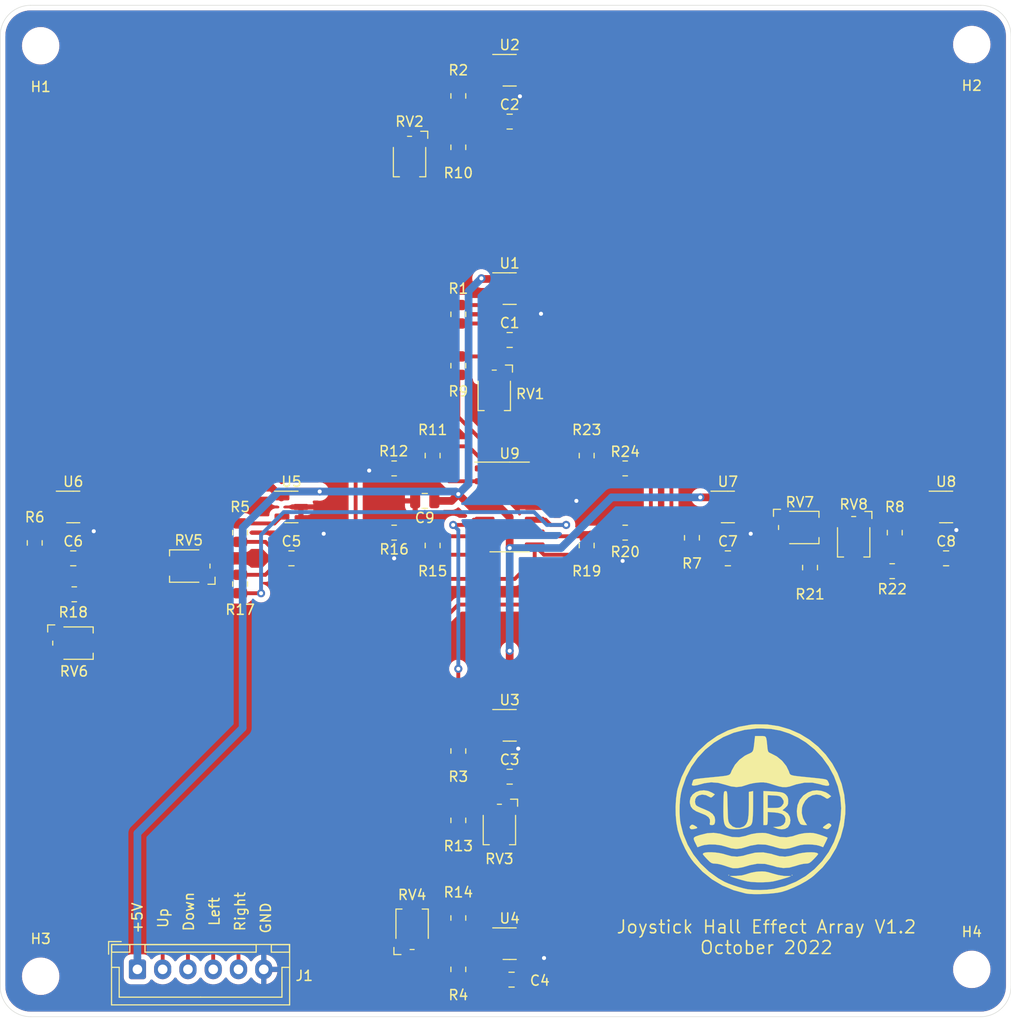
<source format=kicad_pcb>
(kicad_pcb (version 20211014) (generator pcbnew)
  (title_block (title "Hall Effect Joystick Array") (date "2022-10-08") (rev "1.0") (company "SUBC"))
  (layers (0 "F.Cu" signal) (31 "B.Cu" signal) (34 "B.Paste" user) (35 "F.Paste" user) (36 "B.SilkS" user "B.Silkscreen") (37 "F.SilkS" user "F.Silkscreen") (38 "B.Mask" user) (39 "F.Mask" user) (44 "Edge.Cuts" user))
  (net 0 "")
  (net 1 "GND")
  (net 2 "Hall1Out")
  (net 3 "Hall2Out")
  (net 4 "Hall3Out")
  (net 5 "Hall4Out")
  (net 6 "Hall5Out")
  (net 7 "Hall6Out")
  (net 8 "Hall7Out")
  (net 9 "Hall8Out")
  (net 10 "Right")
  (net 11 "Left")
  (net 12 "Down")
  (net 13 "Up")
  (net 14 "+5V")
  (net 15 "Net-(R1-Pad1)")
  (net 16 "Net-(R2-Pad1)")
  (net 17 "Net-(R3-Pad1)")
  (net 18 "Net-(R4-Pad1)")
  (net 19 "Net-(R5-Pad1)")
  (net 20 "Net-(R6-Pad1)")
  (net 21 "Net-(R7-Pad1)")
  (net 22 "Net-(R8-Pad1)")
  (net 23 "Net-(R10-Pad1)")
  (net 24 "Net-(R11-Pad2)")
  (net 25 "Net-(R13-Pad1)")
  (net 26 "Net-(R15-Pad2)")
  (net 27 "Net-(R17-Pad1)")
  (net 28 "Net-(R19-Pad2)")
  (net 29 "Net-(R21-Pad1)")
  (net 30 "Net-(R23-Pad2)")
  (footprint "Capacitor_SMD:C_0805_2012Metric" (layer "F.Cu") (at 152.4 85.09)
    (fp_text reference "C1")
    (fp_text value "1.5uF")
  )
  (footprint "Capacitor_SMD:C_0805_2012Metric" (layer "F.Cu") (at 152.4 63.5)
    (fp_text reference "C2")
    (fp_text value "1.5uF")
  )
  (footprint "Capacitor_SMD:C_0805_2012Metric" (layer "F.Cu") (at 152.4 128.27)
    (fp_text reference "C3")
    (fp_text value "1.5uF")
  )
  (footprint "Capacitor_SMD:C_0805_2012Metric" (layer "F.Cu") (at 152.588 148.336)
    (fp_text reference "C4")
    (fp_text value "1.5uF")
  )
  (footprint "Capacitor_SMD:C_0805_2012Metric" (layer "F.Cu") (at 130.81 106.68)
    (fp_text reference "C5")
    (fp_text value "1.5uF")
  )
  (footprint "Capacitor_SMD:C_0805_2012Metric" (layer "F.Cu") (at 109.22 106.68)
    (fp_text reference "C6")
    (fp_text value "1.5uF")
  )
  (footprint "Capacitor_SMD:C_0805_2012Metric" (layer "F.Cu") (at 173.99 106.68)
    (fp_text reference "C7")
    (fp_text value "1.5uF")
  )
  (footprint "Capacitor_SMD:C_0805_2012Metric" (layer "F.Cu") (at 195.58 106.68)
    (fp_text reference "C8")
    (fp_text value "1.5uF")
  )
  (footprint "MountingHole:MountingHole_2.7mm_M2.5" (layer "F.Cu") (at 106 56)
    (fp_text reference "H1")
    (fp_text value "MountingHole")
  )
  (footprint "MountingHole:MountingHole_2.7mm_M2.5" (layer "F.Cu") (at 198.12 55.88)
    (fp_text reference "H2")
    (fp_text value "MountingHole")
  )
  (footprint "MountingHole:MountingHole_2.7mm_M2.5" (layer "F.Cu") (at 106 148)
    (fp_text reference "H3")
    (fp_text value "MountingHole")
  )
  (footprint "MountingHole:MountingHole_2.7mm_M2.5" (layer "F.Cu") (at 198.12 147.32)
    (fp_text reference "H4")
    (fp_text value "MountingHole")
  )
  (footprint "Connector_JST:JST_XH_B6B-XH-A_1x06_P2.50mm_Vertical" (layer "F.Cu") (at 115.57 147.32)
    (fp_text reference "J1")
    (fp_text value "Conn_01x06_Female")
  )
  (footprint "Resistor_SMD:R_0805_2012Metric" (layer "F.Cu") (at 147.32 82.55 -90)
    (fp_text reference "R1")
    (fp_text value "100R")
  )
  (footprint "Resistor_SMD:R_0805_2012Metric" (layer "F.Cu") (at 147.32 60.96 -90)
    (fp_text reference "R2")
    (fp_text value "100R")
  )
  (footprint "Resistor_SMD:R_0805_2012Metric" (layer "F.Cu") (at 147.32 125.73 -90)
    (fp_text reference "R3")
    (fp_text value "100R")
  )
  (footprint "Resistor_SMD:R_0805_2012Metric" (layer "F.Cu") (at 147.32 147.32 -90)
    (fp_text reference "R4")
    (fp_text value "100R")
  )
  (footprint "Resistor_SMD:R_0805_2012Metric" (layer "F.Cu") (at 125.73 104.14 -90)
    (fp_text reference "R5")
    (fp_text value "100R")
  )
  (footprint "Resistor_SMD:R_0805_2012Metric" (layer "F.Cu") (at 105.41 105.156 -90)
    (fp_text reference "R6")
    (fp_text value "100R")
  )
  (footprint "Resistor_SMD:R_0805_2012Metric" (layer "F.Cu") (at 170.434 104.648 -90)
    (fp_text reference "R7")
    (fp_text value "100R")
  )
  (footprint "Resistor_SMD:R_0805_2012Metric" (layer "F.Cu") (at 190.5 104.14 -90)
    (fp_text reference "R8")
    (fp_text value "100R")
  )
  (footprint "Resistor_SMD:R_0805_2012Metric" (layer "F.Cu") (at 147.32 87.63 90)
    (fp_text reference "R9")
    (fp_text value "10k")
  )
  (footprint "Resistor_SMD:R_0805_2012Metric" (layer "F.Cu") (at 147.32 66.04 90)
    (fp_text reference "R10")
    (fp_text value "10k")
  )
  (footprint "Resistor_SMD:R_0805_2012Metric" (layer "F.Cu") (at 144.78 96.52 -90)
    (fp_text reference "R11")
    (fp_text value "1k")
  )
  (footprint "Resistor_SMD:R_0805_2012Metric" (layer "F.Cu") (at 140.97 97.79 180)
    (fp_text reference "R12")
    (fp_text value "20k")
  )
  (footprint "Resistor_SMD:R_0805_2012Metric" (layer "F.Cu") (at 147.32 132.588 90)
    (fp_text reference "R13")
    (fp_text value "10k")
  )
  (footprint "Resistor_SMD:R_0805_2012Metric" (layer "F.Cu") (at 147.32 142.24 -90)
    (fp_text reference "R14")
    (fp_text value "10k")
  )
  (footprint "Resistor_SMD:R_0805_2012Metric" (layer "F.Cu") (at 144.78 105.41 90)
    (fp_text reference "R15")
    (fp_text value "1k")
  )
  (footprint "Resistor_SMD:R_0805_2012Metric" (layer "F.Cu") (at 125.73 109.22 90)
    (fp_text reference "R17")
    (fp_text value "10k")
  )
  (footprint "Resistor_SMD:R_0805_2012Metric" (layer "F.Cu") (at 109.3235 110.236 180)
    (fp_text reference "R18")
    (fp_text value "10k")
  )
  (footprint "Resistor_SMD:R_0805_2012Metric" (layer "F.Cu") (at 160.02 105.41 90)
    (fp_text reference "R19")
    (fp_text value "1k")
  )
  (footprint "Resistor_SMD:R_0805_2012Metric" (layer "F.Cu") (at 163.83 104.14)
    (fp_text reference "R20")
    (fp_text value "20k")
  )
  (footprint "Resistor_SMD:R_0805_2012Metric" (layer "F.Cu") (at 182.118 107.5925 90)
    (fp_text reference "R21")
    (fp_text value "10k")
  )
  (footprint "Resistor_SMD:R_0805_2012Metric" (layer "F.Cu") (at 190.246 107.95)
    (fp_text reference "R22")
    (fp_text value "10k")
  )
  (footprint "Resistor_SMD:R_0805_2012Metric" (layer "F.Cu") (at 160.02 96.52 -90)
    (fp_text reference "R23")
    (fp_text value "1k")
  )
  (footprint "Resistor_SMD:R_0805_2012Metric" (layer "F.Cu") (at 163.83 97.79)
    (fp_text reference "R24")
    (fp_text value "20k")
  )
  (footprint "Package_TO_SOT_SMD:SOT-23" (layer "F.Cu") (at 152.4 80.01)
    (fp_text reference "U1")
    (fp_text value "DRV5055")
  )
  (footprint "Package_TO_SOT_SMD:SOT-23" (layer "F.Cu") (at 152.4 58.42)
    (fp_text reference "U2")
    (fp_text value "DRV5055")
  )
  (footprint "Package_TO_SOT_SMD:SOT-23" (layer "F.Cu") (at 152.4 123.19)
    (fp_text reference "U3")
    (fp_text value "DRV5055")
  )
  (footprint "Package_TO_SOT_SMD:SOT-23" (layer "F.Cu") (at 152.4 144.78)
    (fp_text reference "U4")
    (fp_text value "DRV5055")
  )
  (footprint "Package_TO_SOT_SMD:SOT-23" (layer "F.Cu") (at 130.81 101.6)
    (fp_text reference "U5")
    (fp_text value "DRV5055")
  )
  (footprint "Package_TO_SOT_SMD:SOT-23" (layer "F.Cu") (at 109.22 101.6)
    (fp_text reference "U6")
    (fp_text value "DRV5055")
  )
  (footprint "Package_TO_SOT_SMD:SOT-23" (layer "F.Cu") (at 173.99 101.6)
    (fp_text reference "U7")
    (fp_text value "DRV5055")
  )
  (footprint "Package_TO_SOT_SMD:SOT-23" (layer "F.Cu") (at 195.58 101.6)
    (fp_text reference "U8")
    (fp_text value "DRV5055")
  )
  (footprint "Package_SO:SOIC-14_3.9x8.7mm_P1.27mm" (layer "F.Cu") (at 152.4 101.6)
    (fp_text reference "U9")
    (fp_text value "LM324")
  )
  (footprint "Resistor_SMD:R_0805_2012Metric" (layer "F.Cu") (at 140.97 104.14 180)
    (fp_text reference "R16")
    (fp_text value "20k")
  )
  (footprint "HallEffectArray:subclogo" (layer "F.Cu") (at 177.165 131.445)
    (fp_text reference "G***" hide)
    (fp_text value "LOGO" hide)
  )
  (footprint "Potentiometer_SMD:Potentiometer_Bourns_TC33X_Vertical" (layer "F.Cu") (at 181.102 103.632)
    (fp_text reference "RV7")
    (fp_text value "10k")
  )
  (footprint "Potentiometer_SMD:Potentiometer_Bourns_TC33X_Vertical" (layer "F.Cu") (at 186.436 104.648 -90)
    (fp_text reference "RV8")
    (fp_text value "10k")
  )
  (footprint "Potentiometer_SMD:Potentiometer_Bourns_TC33X_Vertical" (layer "F.Cu") (at 120.65 107.442 180)
    (fp_text reference "RV5")
    (fp_text value "10k")
  )
  (footprint "Potentiometer_SMD:Potentiometer_Bourns_TC33X_Vertical" (layer "F.Cu") (at 151.384 133.096 -90)
    (fp_text reference "RV3")
    (fp_text value "10k")
  )
  (footprint "Potentiometer_SMD:Potentiometer_Bourns_TC33X_Vertical" (layer "F.Cu") (at 142.748 143.256 90)
    (fp_text reference "RV4")
    (fp_text value "10k")
  )
  (footprint "Capacitor_SMD:C_0805_2012Metric" (layer "F.Cu") (at 144 101 180)
    (fp_text reference "C9")
    (fp_text value "100nF")
  )
  (footprint "Potentiometer_SMD:Potentiometer_Bourns_TC33X_Vertical" (layer "F.Cu") (at 109.294 115.062)
    (fp_text reference "RV6")
    (fp_text value "10k")
  )
  (footprint "Potentiometer_SMD:Potentiometer_Bourns_TC33X_Vertical" (layer "F.Cu") (at 150.876 90.17 -90)
    (fp_text reference "RV1")
    (fp_text value "10k")
  )
  (footprint "Potentiometer_SMD:Potentiometer_Bourns_TC33X_Vertical" (layer "F.Cu") (at 142.494 67.056 -90)
    (fp_text reference "RV2")
    (fp_text value "10k")
  )
  (gr_line (start 199 152) (end 105 152) (layer "Edge.Cuts") (width 0.05))
  (gr_line (start 105 52) (end 199 52) (layer "Edge.Cuts") (width 0.05))
  (gr_arc (start 202 149) (mid 201.12132 151.12132) (end 199 152) (layer "Edge.Cuts") (width 0.05))
  (gr_arc (start 199 52) (mid 201.12132 52.87868) (end 202 55) (layer "Edge.Cuts") (width 0.05))
  (gr_line (start 102 149) (end 102 55) (layer "Edge.Cuts") (width 0.05))
  (gr_line (start 202 55) (end 202 149) (layer "Edge.Cuts") (width 0.05))
  (gr_arc (start 102 55) (mid 102.87868 52.87868) (end 105 52) (layer "Edge.Cuts") (width 0.05))
  (gr_arc (start 105 152) (mid 102.87868 151.12132) (end 102 149) (layer "Edge.Cuts") (width 0.05))
  (gr_text "Down" (at 120.65 141.605 90) (layer "F.SilkS") (effects (font (size 1 1))))
  (gr_text "Up" (at 118.11 142.24 90) (layer "F.SilkS") (effects (font (size 1 1))))
  (gr_text "+5V" (at 115.57 142.24 90) (layer "F.SilkS") (effects (font (size 1 1))))
  (gr_text "Joystick Hall Effect Array V1.2\nOctober 2022" (at 177.8 144.145) (layer "F.SilkS") (effects (font (size 1.27 1.27))))
  (gr_text "Left" (at 123.19 141.605 90) (layer "F.SilkS") (effects (font (size 1 1))))
  (gr_text "Right" (at 125.73 141.605 90) (layer "F.SilkS") (effects (font (size 1 1))))
  (gr_text "GND" (at 128.27 142.24 90) (layer "F.SilkS") (effects (font (size 1 1))))
  (segment (start 110.22 106.63) (end 110.17 106.68) (width 0.762) (layer "F.Cu") (net 1))
  (segment (start 153.4 128.22) (end 153.35 128.27) (width 0.762) (layer "F.Cu") (net 1))
  (segment (start 131.81 106.63) (end 131.76 106.68) (width 0.762) (layer "F.Cu") (net 1))
  (via (at 111.25 104) (size 0.8) (drill 0.4) (layers "F.Cu" "B.Cu") (net 1))
  (via (at 155.8 146.2) (size 0.8) (drill 0.4) (layers "F.Cu" "B.Cu") (net 1))
  (via (at 134 104.25) (size 0.8) (drill 0.4) (layers "F.Cu" "B.Cu") (net 1))
  (via (at 140.97 106.68) (size 0.8) (drill 0.4) (layers "F.Cu" "B.Cu") (net 1))
  (via (at 196.596 103.886) (size 0.8) (drill 0.4) (layers "F.Cu" "B.Cu") (net 1))
  (via (at 163.576 106.934) (size 0.8) (drill 0.4) (layers "F.Cu" "B.Cu") (net 1))
  (via (at 138.5 98) (size 0.8) (drill 0.4) (layers "F.Cu" "B.Cu") (net 1))
  (via (at 176.25 104.25) (size 0.8) (drill 0.4) (layers "F.Cu" "B.Cu") (net 1))
  (via (at 153.416 61) (size 0.8) (drill 0.4) (layers "F.Cu" "B.Cu") (net 1))
  (via (at 155.5 82.5) (size 0.8) (drill 0.4) (layers "F.Cu" "B.Cu") (net 1))
  (via (at 159 101) (size 0.8) (drill 0.4) (layers "F.Cu" "B.Cu") (net 1))
  (via (at 153.25 125.5) (size 0.8) (drill 0.4) (layers "F.Cu" "B.Cu") (net 1))
  (segment (start 149.8225 86.7175) (end 151.45 85.09) (width 0.381) (layer "F.Cu") (net 2))
  (segment (start 147.32 83.4625) (end 149.8225 83.4625) (width 0.381) (layer "F.Cu") (net 2))
  (segment (start 151.876 88.37) (end 151.876 85.516) (width 0.381) (layer "F.Cu") (net 2))
  (segment (start 147.32 86.7175) (end 149.8225 86.7175) (width 0.381) (layer "F.Cu") (net 2))
  (segment (start 149.8225 83.4625) (end 151.45 85.09) (width 0.381) (layer "F.Cu") (net 2))
  (segment (start 151.876 85.516) (end 151.45 85.09) (width 0.381) (layer "F.Cu") (net 2))
  (segment (start 149.8225 61.8725) (end 151.45 63.5) (width 0.381) (layer "F.Cu") (net 3))
  (segment (start 147.32 65.1275) (end 149.8225 65.1275) (width 0.381) (layer "F.Cu") (net 3))
  (segment (start 143.494 65.256) (end 147.1915 65.256) (width 0.381) (layer "F.Cu") (net 3))
  (segment (start 147.32 61.8725) (end 149.8225 61.8725) (width 0.381) (layer "F.Cu") (net 3))
  (segment (start 149.8225 65.1275) (end 151.45 63.5) (width 0.381) (layer "F.Cu") (net 3))
  (segment (start 147.1915 65.256) (end 147.32 65.1275) (width 0.381) (layer "F.Cu") (net 3))
  (segment (start 147.32 126.6425) (end 147.32 131.6755) (width 0.381) (layer "F.Cu") (net 4))
  (segment (start 151.45 129.606) (end 151.45 128.27) (width 0.381) (layer "F.Cu") (net 4))
  (segment (start 152.384 130.54) (end 151.45 129.606) (width 0.381) (layer "F.Cu") (net 4))
  (segment (start 149.8225 126.6425) (end 151.45 128.27) (width 0.381) (layer "F.Cu") (net 4))
  (segment (start 152.384 131.296) (end 152.384 130.54) (width 0.381) (layer "F.Cu") (net 4))
  (segment (start 147.32 126.6425) (end 149.8225 126.6425) (width 0.381) (layer "F.Cu") (net 4))
  (segment (start 145.415 146.685) (end 145.415 145.0575) (width 0.381) (layer "F.Cu") (net 5))
  (segment (start 146.3275 148.2325) (end 145.415 147.32) (width 0.381) (layer "F.Cu") (net 5))
  (segment (start 141.748 145.812) (end 142.621 146.685) (width 0.381) (layer "F.Cu") (net 5))
  (segment (start 147.32 148.2325) (end 151.5345 148.2325) (width 0.381) (layer "F.Cu") (net 5))
  (segment (start 151.5345 148.2325) (end 151.638 148.336) (width 0.381) (layer "F.Cu") (net 5))
  (segment (start 147.32 148.2325) (end 146.3275 148.2325) (width 0.381) (layer "F.Cu") (net 5))
  (segment (start 142.621 146.685) (end 145.415 146.685) (width 0.381) (layer "F.Cu") (net 5))
  (segment (start 141.748 145.056) (end 141.748 145.812) (width 0.381) (layer "F.Cu") (net 5))
  (segment (start 145.415 145.0575) (end 147.32 143.1525) (width 0.381) (layer "F.Cu") (net 5))
  (segment (start 145.415 147.32) (end 145.415 146.685) (width 0.381) (layer "F.Cu") (net 5))
  (segment (start 125.73 105.0525) (end 128.2325 105.0525) (width 0.381) (layer "F.Cu") (net 6))
  (segment (start 125.73 108.3075) (end 128.2325 108.3075) (width 0.381) (layer "F.Cu") (net 6))
  (segment (start 122.45 108.442) (end 125.5955 108.442) (width 0.381) (layer "F.Cu") (net 6))
  (segment (start 125.5955 108.442) (end 125.73 108.3075) (width 0.381) (layer "F.Cu") (net 6))
  (segment (start 128.2325 105.0525) (end 129.86 106.68) (width 0.381) (layer "F.Cu") (net 6))
  (segment (start 128.2325 108.3075) (end 129.86 106.68) (width 0.381) (layer "F.Cu") (net 6))
  (segment (start 108.27 106.68) (end 108.27 110.095) (width 0.381) (layer "F.Cu") (net 7))
  (segment (start 107.6585 106.0685) (end 108.27 106.68) (width 0.381) (layer "F.Cu") (net 7))
  (segment (start 107.494 112.47) (end 107.494 114.062) (width 0.381) (layer "F.Cu") (net 7))
  (segment (start 108.411 111.553) (end 107.494 112.47) (width 0.381) (layer "F.Cu") (net 7))
  (segment (start 108.27 110.095) (end 108.411 110.236) (width 0.381) (layer "F.Cu") (net 7))
  (segment (start 105.41 106.0685) (end 107.6585 106.0685) (width 0.381) (layer "F.Cu") (net 7))
  (segment (start 108.411 110.236) (end 108.411 111.553) (width 0.381) (layer "F.Cu") (net 7))
  (segment (start 170.434 105.5605) (end 171.9205 105.5605) (width 0.381) (layer "F.Cu") (net 8))
  (segment (start 180.102 102.632) (end 179.302 102.632) (width 0.381) (layer "F.Cu") (net 8))
  (segment (start 182.118 106.68) (end 180.848 106.68) (width 0.381) (layer "F.Cu") (net 8))
  (segment (start 180.848 103.378) (end 180.102 102.632) (width 0.381) (layer "F.Cu") (net 8))
  (segment (start 180.848 106.68) (end 178.816 108.712) (width 0.381) (layer "F.Cu") (net 8))
  (segment (start 180.848 105.41) (end 180.848 103.378) (width 0.381) (layer "F.Cu") (net 8))
  (segment (start 178.816 108.712) (end 173.99 108.712) (width 0.381) (layer "F.Cu") (net 8))
  (segment (start 173.99 108.712) (end 173.04 107.762) (width 0.381) (layer "F.Cu") (net 8))
  (segment (start 173.04 107.762) (end 173.04 106.68) (width 0.381) (layer "F.Cu") (net 8))
  (segment (start 182.118 106.68) (end 180.848 105.41) (width 0.381) (layer "F.Cu") (net 8))
  (segment (start 171.9205 105.5605) (end 173.04 106.68) (width 0.381) (layer "F.Cu") (net 8))
  (segment (start 193.36 107.95) (end 194.63 106.68) (width 0.381) (layer "F.Cu") (net 9))
  (segment (start 190.5 105.0525) (end 193.0025 105.0525) (width 0.381) (layer "F.Cu") (net 9))
  (segment (start 191.1585 107.95) (end 193.36 107.95) (width 0.381) (layer "F.Cu") (net 9))
  (segment (start 187.436 102.848) (end 187.436 103.87) (width 0.381) (layer "F.Cu") (net 9))
  (segment (start 188.6185 105.0525) (end 190.5 105.0525) (width 0.381) (layer "F.Cu") (net 9))
  (segment (start 193.0025 105.0525) (end 194.63 106.68) (width 0.381) (layer "F.Cu") (net 9))
  (segment (start 187.436 103.87) (end 188.6185 105.0525) (width 0.381) (layer "F.Cu") (net 9))
  (segment (start 125.57 147.32) (end 125.57 138.082) (width 0.381) (layer "F.Cu") (net 10))
  (segment (start 144.272 114.3) (end 147.32 111.252) (width 0.381) (layer "F.Cu") (net 10))
  (segment (start 154.875 97.22) (end 156.4875 95.6075) (width 0.381) (layer "F.Cu") (net 10))
  (segment (start 156.4875 95.6075) (end 160.02 95.6075) (width 0.381) (layer "F.Cu") (net 10))
  (segment (start 125.57 138.082) (end 144.272 119.38) (width 0.381) (layer "F.Cu") (net 10))
  (segment (start 165.4575 95.6075) (end 160.02 95.6075) (width 0.381) (layer "F.Cu") (net 10))
  (segment (start 166.37 96.52) (end 165.4575 95.6075) (width 0.381) (layer "F.Cu") (net 10))
  (segment (start 166.37 108.585) (end 166.37 96.52) (width 0.381) (layer "F.Cu") (net 10))
  (segment (start 154.875 97.79) (end 154.875 97.22) (width 0.381) (layer "F.Cu") (net 10))
  (segment (start 163.703 111.252) (end 166.37 108.585) (width 0.381) (layer "F.Cu") (net 10))
  (segment (start 144.272 119.38) (end 144.272 114.3) (width 0.381) (layer "F.Cu") (net 10))
  (segment (start 147.32 111.252) (end 163.703 111.252) (width 0.381) (layer "F.Cu") (net 10))
  (segment (start 152.908 108.712) (end 154.875 106.745) (width 0.381) (layer "F.Cu") (net 11))
  (segment (start 141.224 113.792) (end 146.304 108.712) (width 0.381) (layer "F.Cu") (net 11))
  (segment (start 141.224 118.872) (end 141.224 113.792) (width 0.381) (layer "F.Cu") (net 11))
  (segment (start 154.875 106.745) (end 154.875 105.41) (width 0.381) (layer "F.Cu") (net 11))
  (segment (start 146.304 108.712) (end 152.908 108.712) (width 0.381) (layer "F.Cu") (net 11))
  (segment (start 123.07 137.026) (end 141.224 118.872) (width 0.381) (layer "F.Cu") (net 11))
  (segment (start 160.02 106.3225) (end 155.7875 106.3225) (width 0.381) (layer "F.Cu") (net 11))
  (segment (start 155.7875 106.3225) (end 154.875 105.41) (width 0.381) (layer "F.Cu") (net 11))
  (segment (start 123.07 147.32) (end 123.07 137.026) (width 0.381) (layer "F.Cu") (net 11))
  (segment (start 149.0125 106.3225) (end 149.925 105.41) (width 0.381) (layer "F.Cu") (net 12))
  (segment (start 138.176 118.364) (end 138.176 113.284) (width 0.381) (layer "F.Cu") (net 12))
  (segment (start 144.78 106.3225) (end 149.0125 106.3225) (width 0.381) (layer "F.Cu") (net 12))
  (segment (start 120.57 135.97) (end 138.176 118.364) (width 0.381) (layer "F.Cu") (net 12))
  (segment (start 138.176 113.284) (end 144.78 106.68) (width 0.381) (layer "F.Cu") (net 12))
  (segment (start 144.78 106.68) (end 144.78 106.3225) (width 0.381) (layer "F.Cu") (net 12))
  (segment (start 120.57 147.32) (end 120.57 135.97) (width 0.381) (layer "F.Cu") (net 12))
  (segment (start 137.16 97.028) (end 138.5805 95.6075) (width 0.381) (layer "F.Cu") (net 13))
  (segment (start 148.3125 95.6075) (end 144.78 95.6075) (width 0.381) (layer "F.Cu") (net 13))
  (segment (start 149.925 97.22) (end 148.3125 95.6075) (width 0.381) (layer "F.Cu") (net 13))
  (segment (start 135.128 117.856) (end 135.128 112.268) (width 0.381) (layer "F.Cu") (net 13))
  (segment (start 149.925 97.79) (end 149.925 97.22) (width 0.381) (layer "F.Cu") (net 13))
  (segment (start 138.5805 95.6075) (end 144.78 95.6075) (width 0.381) (layer "F.Cu") (net 13))
  (segment (start 118.07 134.914) (end 135.128 117.856) (width 0.381) (layer "F.Cu") (net 13))
  (segment (start 137.16 110.236) (end 137.16 97.028) (width 0.381) (layer "F.Cu") (net 13))
  (segment (start 135.128 112.268) (end 137.16 110.236) (width 0.381) (layer "F.Cu") (net 13))
  (segment (start 118.07 147.32) (end 118.07 134.914) (width 0.381) (layer "F.Cu") (net 13))
  (segment (start 173.945 99.695) (end 172.99 100.65) (width 0.762) (layer "F.Cu") (net 14))
  (segment (start 149.672 79.06) (end 149.606 78.994) (width 0.762) (layer "F.Cu") (net 14))
  (segment (start 154.305 121.285) (end 154.48501 121.46501) (width 0.762) (layer "F.Cu") (net 14))
  (segment (start 194.58 100.65) (end 194.58 100.6) (width 0.762) (layer "F.Cu") (net 14))
  (segment (start 152.527 121.285) (end 152.4 121.158) (width 0.762) (layer "F.Cu") (net 14))
  (segment (start 149.925 101.6) (end 148.59 101.6) (width 0.762) (layer "F.Cu") (net 14))
  (segment (start 129.81 100.65) (end 130.384 100.076) (width 0.762) (layer "F.Cu") (net 14))
  (segment (start 155.575 74.885) (end 151.4 79.06) (width 0.762) (layer "F.Cu") (net 14))
  (segment (start 154.94 121.92) (end 154.94 140.29) (width 0.762) (layer "F.Cu") (net 14))
  (segment (start 152.355 121.285) (end 152.527 121.285) (width 0.762) (layer "F.Cu") (net 14))
  (segment (start 146.65 101) (end 147.32 100.33) (width 0.762) (layer "F.Cu") (net 14))
  (segment (start 128.855 99.695) (end 129.81 100.65) (width 0.762) (layer "F.Cu") (net 14))
  (segment (start 152.355 121.285) (end 154.305 121.285) (width 0.762) (layer "F.Cu") (net 14))
  (segment (start 151.4 57.47) (end 152.355 56.515) (width 0.762) (layer "F.Cu") (net 14))
  (segment (start 194.58 100.6) (end 193.675 99.695) (width 0.762) (layer "F.Cu") (net 14))
  (segment (start 151.4 122.24) (end 152.355 121.285) (width 0.762) (layer "F.Cu") (net 14))
  (segment (start 154.305 56.515) (end 155.575 57.785) (width 0.762) (layer "F.Cu") (net 14))
  (segment (start 152.4 121.158) (end 152.4 115.824) (width 0.762) (layer "F.Cu") (net 14))
  (segment (start 155.575 57.785) (end 155.575 74.885) (width 0.762) (layer "F.Cu") (net 14))
  (segment (start 154.305 121.285) (end 154.94 121.92) (width 0.762) (layer "F.Cu") (net 14))
  (segment (start 130.384 100.076) (end 133.604 100.076) (width 0.762) (layer "F.Cu") (net 14))
  (segment (start 193.675 99.695) (end 173.945 99.695) (width 0.762) (layer "F.Cu") (net 14))
  (segment (start 151.4625 79.06) (end 149.672 79.06) (width 0.762) (layer "F.Cu") (net 14))
  (segment (start 172.99 100.65) (end 171.262 100.65) (width 0.762) (layer "F.Cu") (net 14))
  (segment (start 109.22 99.695) (end 128.855 99.695) (width 0.762) (layer "F.Cu") (net 14))
  (segment (start 148.59 101.6) (end 147.32 100.33) (width 0.762) (layer "F.Cu") (net 14))
  (segment (start 152.4 105.664) (end 152.4 102.616) (width 0.762) (layer "F.Cu") (net 14))
  (segment (start 154.94 140.29) (end 151.4 143.83) (width 0.762) (layer "F.Cu") (net 14))
  (segment (start 152.355 56.515) (end 154.305 56.515) (width 0.762) (layer "F.Cu") (net 14))
  (segment (start 108.265 100.65) (end 109.22 99.695) (width 0.762) (layer "F.Cu") (net 14))
  (segment (start 151.384 101.6) (end 152.4 102.616) (width 0.762) (layer "F.Cu") (net 14))
  (segment (start 149.925 101.6) (end 151.384 101.6) (width 0.762) (layer "F.Cu") (net 14))
  (segment (start 144.95 101) (end 146.65 101) (width 0.762) (layer "F.Cu") (net 14))
  (via (at 147.32 100.33) (size 0.8) (drill 0.4) (layers "F.Cu" "B.Cu") (net 14))
  (via (at 171.262 100.65) (size 0.8) (drill 0.4) (layers "F.Cu" "B.Cu") (net 14))
  (via (at 152.4 115.824) (size 0.8) (drill 0.4) (layers "F.Cu" "B.Cu") (net 14))
  (via (at 152.4 105.664) (size 0.8) (drill 0.4) (layers "F.Cu" "B.Cu") (net 14))
  (via (at 149.606 78.994) (size 0.8) (drill 0.4) (layers "F.Cu" "B.Cu") (net 14))
  (via (at 133.604 100.076) (size 0.8) (drill 0.4) (layers "F.Cu" "B.Cu") (net 14))
  (segment (start 133.604 100.076) (end 129.54 100.076) (width 0.762) (layer "B.Cu") (net 14))
  (segment (start 162.494 100.65) (end 171.262 100.65) (width 0.762) (layer "B.Cu") (net 14))
  (segment (start 125.984 123.444) (end 115.57 133.858) (width 0.762) (layer "B.Cu") (net 14))
  (segment (start 115.57 133.858) (end 115.57 147.32) (width 0.762) (layer "B.Cu") (net 14))
  (segment (start 133.604 100.076) (end 147.066 100.076) (width 0.762) (layer "B.Cu") (net 14))
  (segment (start 152.4 115.824) (end 152.4 105.664) (width 0.762) (layer "B.Cu") (net 14))
  (segment (start 148.336 80.264) (end 148.336 99.314) (width 0.762) (layer "B.Cu") (net 14))
  (segment (start 125.984 103.632) (end 125.984 123.444) (width 0.762) (layer "B.Cu") (net 14))
  (segment (start 147.066 100.076) (end 147.32 100.33) (width 0.762) (layer "B.Cu") (net 14))
  (segment (start 162.494 100.65) (end 157.48 105.664) (width 0.762) (layer "B.Cu") (net 14))
  (segment (start 148.336 80.264) (end 149.606 78.994) (width 0.762) (layer "B.Cu") (net 14))
  (segment (start 129.54 100.076) (end 125.984 103.632) (width 0.762) (layer "B.Cu") (net 14))
  (segment (start 148.336 99.314) (end 147.32 100.33) (width 0.762) (layer "B.Cu") (net 14))
  (segment (start 157.48 105.664) (end 152.4 105.664) (width 0.762) (layer "B.Cu") (net 14))
  (segment (start 150.7225 81.6375) (end 151.4 80.96) (width 0.381) (layer "F.Cu") (net 15))
  (segment (start 147.32 81.6375) (end 150.7225 81.6375) (width 0.381) (layer "F.Cu") (net 15))
  (segment (start 147.32 60.0475) (end 150.7225 60.0475) (width 0.381) (layer "F.Cu") (net 16))
  (segment (start 150.7225 60.0475) (end 151.4 59.37) (width 0.381) (layer "F.Cu") (net 16))
  (segment (start 150.7225 124.8175) (end 151.4 124.14) (width 0.381) (layer "F.Cu") (net 17))
  (segment (start 147.32 124.8175) (end 150.7225 124.8175) (width 0.381) (layer "F.Cu") (net 17))
  (segment (start 150.7225 146.4075) (end 151.4 145.73) (width 0.381) (layer "F.Cu") (net 18))
  (segment (start 147.32 146.4075) (end 150.7225 146.4075) (width 0.381) (layer "F.Cu") (net 18))
  (segment (start 125.73 103.2275) (end 129.1325 103.2275) (width 0.381) (layer "F.Cu") (net 19))
  (segment (start 129.1325 103.2275) (end 129.81 102.55) (width 0.381) (layer "F.Cu") (net 19))
  (segment (start 106.589 104.2435) (end 108.2825 102.55) (width 0.381) (layer "F.Cu") (net 20))
  (segment (start 105.41 104.2435) (end 106.589 104.2435) (width 0.381) (layer "F.Cu") (net 20))
  (segment (start 171.867 103.7355) (end 173.0525 102.55) (width 0.381) (layer "F.Cu") (net 21))
  (segment (start 170.434 103.7355) (end 171.867 103.7355) (width 0.381) (layer "F.Cu") (net 21))
  (segment (start 190.5 103.2275) (end 193.9025 103.2275) (width 0.381) (layer "F.Cu") (net 22))
  (segment (start 193.9025 103.2275) (end 194.58 102.55) (width 0.381) (layer "F.Cu") (net 22))
  (segment (start 145.415 70.739) (end 145.415 87.63) (width 0.381) (layer "F.Cu") (net 23))
  (segment (start 144.727 70.739) (end 145.415 70.739) (width 0.381) (layer "F.Cu") (net 23))
  (segment (start 147.32 66.9525) (end 146.4075 66.9525) (width 0.381) (layer "F.Cu") (net 23))
  (segment (start 146.4075 66.9525) (end 145.415 67.945) (width 0.381) (layer "F.Cu") (net 23))
  (segment (start 150.9 100.33) (end 149.925 100.33) (width 0.381) (layer "F.Cu") (net 23))
  (segment (start 146.3275 88.5425) (end 147.32 88.5425) (width 0.381) (layer "F.Cu") (net 23))
  (segment (start 145.415 87.63) (end 146.3275 88.5425) (width 0.381) (layer "F.Cu") (net 23))
  (segment (start 145.415 68.961) (end 145.415 70.739) (width 0.381) (layer "F.Cu") (net 23))
  (segment (start 142.494 68.506) (end 144.727 70.739) (width 0.381) (layer "F.Cu") (net 23))
  (segment (start 151.765 97.155) (end 151.765 99.465) (width 0.381) (layer "F.Cu") (net 23))
  (segment (start 150.876 91.62) (end 150.876 93.472) (width 0.381) (layer "F.Cu") (net 23))
  (segment (start 150.876 93.472) (end 149.479 94.869) (width 0.381) (layer "F.Cu") (net 23))
  (segment (start 147.32 88.5425) (end 147.32 92.71) (width 0.381) (layer "F.Cu") (net 23))
  (segment (start 151.765 99.465) (end 150.9 100.33) (width 0.381) (layer "F.Cu") (net 23))
  (segment (start 149.479 94.869) (end 151.765 97.155) (width 0.381) (layer "F.Cu") (net 23))
  (segment (start 147.32 92.71) (end 149.479 94.869) (width 0.381) (layer "F.Cu") (net 23))
  (segment (start 145.415 67.945) (end 145.415 68.961) (width 0.381) (layer "F.Cu") (net 23))
  (segment (start 144.4225 97.79) (end 144.78 97.4325) (width 0.381) (layer "F.Cu") (net 24))
  (segment (start 146.4075 99.06) (end 149.925 99.06) (width 0.381) (layer "F.Cu") (net 24))
  (segment (start 144.78 97.4325) (end 146.4075 99.06) (width 0.381) (layer "F.Cu") (net 24))
  (segment (start 141.8825 97.79) (end 144.4225 97.79) (width 0.381) (layer "F.Cu") (net 24))
  (segment (start 150.294 134.546) (end 151.384 134.546) (width 0.381) (layer "F.Cu") (net 25))
  (segment (start 147.32 133.5005) (end 146.2005 133.5005) (width 0.381) (layer "F.Cu") (net 25))
  (segment (start 145.1845 141.3275) (end 144.706 141.806) (width 0.381) (layer "F.Cu") (net 25))
  (segment (start 146.2005 133.5005) (end 145.542 132.842) (width 0.381) (layer "F.Cu") (net 25))
  (segment (start 146.812 103.378) (end 148.336 103.378) (width 0.381) (layer "F.Cu") (net 25))
  (segment (start 149.2485 133.5005) (end 150.294 134.546) (width 0.381) (layer "F.Cu") (net 25))
  (segment (start 147.32 141.3275) (end 145.1845 141.3275) (width 0.381) (layer "F.Cu") (net 25))
  (segment (start 147.32 141.3275) (end 147.32 133.5005) (width 0.381) (layer "F.Cu") (net 25))
  (segment (start 145.542 122.428) (end 147.32 120.65) (width 0.381) (layer "F.Cu") (net 25))
  (segment (start 145.542 132.842) (end 145.542 122.428) (width 0.381) (layer "F.Cu") (net 25))
  (segment (start 144.706 141.806) (end 142.748 141.806) (width 0.381) (layer "F.Cu") (net 25))
  (segment (start 148.844 102.87) (end 149.925 102.87) (width 0.381) (layer "F.Cu") (net 25))
  (segment (start 148.336 103.378) (end 148.844 102.87) (width 0.381) (layer "F.Cu") (net 25))
  (segment (start 147.32 133.5005) (end 149.2485 133.5005) (width 0.381) (layer "F.Cu") (net 25))
  (segment (start 147.32 120.65) (end 147.32 117.602) (width 0.381) (layer "F.Cu") (net 25))
  (via (at 147.32 117.602) (size 0.8) (drill 0.4) (layers "F.Cu" "B.Cu") (net 25))
  (via (at 146.812 103.378) (size 0.8) (drill 0.4) (layers "F.Cu" "B.Cu") (net 25))
  (segment (start 147.32 117.602) (end 147.32 103.886) (width 0.381) (layer "B.Cu") (net 25))
  (segment (start 147.32 103.886) (end 146.812 103.378) (width 0.381) (layer "B.Cu") (net 25))
  (segment (start 141.8825 104.14) (end 144.4225 104.14) (width 0.381) (layer "F.Cu") (net 26))
  (segment (start 144.78 104.4975) (end 149.5675 104.4975) (width 0.381) (layer "F.Cu") (net 26))
  (segment (start 144.4225 104.14) (end 144.78 104.4975) (width 0.381) (layer "F.Cu") (net 26))
  (segment (start 149.5675 104.4975) (end 149.925 104.14) (width 0.381) (layer "F.Cu") (net 26))
  (segment (start 125.73 110.1325) (end 127.802 110.1325) (width 0.381) (layer "F.Cu") (net 27))
  (segment (start 157.988 103.378) (end 156.464 103.378) (width 0.381) (layer "F.Cu") (net 27))
  (segment (start 155.956 102.87) (end 154.875 102.87) (width 0.381) (layer "F.Cu") (net 27))
  (segment (start 117.348 107.442) (end 116.84 107.95) (width 0.381) (layer "F.Cu") (net 27))
  (segment (start 116.84 110.236) (end 125.6265 110.236) (width 0.381) (layer "F.Cu") (net 27))
  (segment (start 156.464 103.378) (end 155.956 102.87) (width 0.381) (layer "F.Cu") (net 27))
  (segment (start 110.744 113.538) (end 112.268 112.014) (width 0.381) (layer "F.Cu") (net 27))
  (segment (start 112.268 110.236) (end 116.84 110.236) (width 0.381) (layer "F.Cu") (net 27))
  (segment (start 116.84 107.95) (end 116.84 110.236) (width 0.381) (layer "F.Cu") (net 27))
  (segment (start 112.268 112.014) (end 112.268 110.236) (width 0.381) (layer "F.Cu") (net 27))
  (segment (start 110.744 115.062) (end 110.744 113.538) (width 0.381) (layer "F.Cu") (net 27))
  (segment (start 125.6265 110.236) (end 125.73 110.1325) (width 0.381) (layer "F.Cu") (net 27))
  (segment (start 110.236 110.236) (end 112.268 110.236) (width 0.381) (layer "F.Cu") (net 27))
  (segment (start 119.2 107.442) (end 117.348 107.442) (width 0.381) (layer "F.Cu") (net 27))
  (via (at 127.802 110.1325) (size 0.8) (drill 0.4) (layers "F.Cu" "B.Cu") (net 27))
  (via (at 157.988 103.378) (size 0.8) (drill 0.4) (layers "F.Cu" "B.Cu") (net 27))
  (segment (start 157.988 103.378) (end 156.083 103.378) (width 0.381) (layer "B.Cu") (net 27))
  (segment (start 156.083 103.378) (end 154.813 102.108) (width 0.381) (layer "B.Cu") (net 27))
  (segment (start 127.802 104.354) (end 127.802 110.1325) (width 0.381) (layer "B.Cu") (net 27))
  (segment (start 130.048 102.108) (end 127.802 104.354) (width 0.381) (layer "B.Cu") (net 27))
  (segment (start 154.813 102.108) (end 130.048 102.108) (width 0.381) (layer "B.Cu") (net 27))
  (segment (start 160.3775 104.14) (end 160.02 104.4975) (width 0.381) (layer "F.Cu") (net 28))
  (segment (start 162.9175 104.14) (end 160.3775 104.14) (width 0.381) (layer "F.Cu") (net 28))
  (segment (start 160.02 104.4975) (end 155.2325 104.4975) (width 0.381) (layer "F.Cu") (net 28))
  (segment (start 155.2325 104.4975) (end 154.875 104.14) (width 0.381) (layer "F.Cu") (net 28))
  (segment (start 182.118 108.505) (end 183.849 108.505) (width 0.381) (layer "F.Cu") (net 29))
  (segment (start 183.896 108.458) (end 183.849 108.505) (width 0.381) (layer "F.Cu") (net 29))
  (segment (start 188.7785 108.505) (end 189.3335 107.95) (width 0.381) (layer "F.Cu") (net 29))
  (segment (start 153.9 100.33) (end 154.875 100.33) (width 0.381) (layer "F.Cu") (net 29))
  (segment (start 181.563 108.505) (end 180.086 109.982) (width 0.381) (layer "F.Cu") (net 29))
  (segment (start 186.436 106.098) (end 186.436 108.458) (width 0.381) (layer "F.Cu") (net 29))
  (segment (start 186.436 108.458) (end 186.483 108.505) (width 0.381) (layer "F.Cu") (net 29))
  (segment (start 184.103 108.505) (end 185.721 108.505) (width 0.381) (layer "F.Cu") (net 29))
  (segment (start 165.862 93.98) (end 154.305 93.98) (width 0.381) (layer "F.Cu") (net 29))
  (segment (start 180.086 109.982) (end 171.704 109.982) (width 0.381) (layer "F.Cu") (net 29))
  (segment (start 168.402 106.68) (end 168.402 96.52) (width 0.381) (layer "F.Cu") (net 29))
  (segment (start 153.035 99.465) (end 153.9 100.33) (width 0.381) (layer "F.Cu") (net 29))
  (segment (start 154.305 93.98) (end 153.035 95.25) (width 0.381) (layer "F.Cu") (net 29))
  (segment (start 168.402 96.52) (end 165.862 93.98) (width 0.381) (layer "F.Cu") (net 29))
  (segment (start 182.552 103.632) (end 183.896 104.976) (width 0.381) (layer "F.Cu") (net 29))
  (segment (start 183.849 108.505) (end 184.103 108.505) (width 0.381) (layer "F.Cu") (net 29))
  (segment (start 182.118 108.505) (end 181.563 108.505) (width 0.381) (layer "F.Cu") (net 29))
  (segment (start 171.704 109.982) (end 168.402 106.68) (width 0.381) (layer "F.Cu") (net 29))
  (segment (start 183.896 104.976) (end 183.896 108.458) (width 0.381) (layer "F.Cu") (net 29))
  (segment (start 185.721 108.505) (end 186.483 108.505) (width 0.381) (layer "F.Cu") (net 29))
  (segment (start 153.035 95.25) (end 153.035 99.465) (width 0.381) (layer "F.Cu") (net 29))
  (segment (start 186.483 108.505) (end 188.7785 108.505) (width 0.381) (layer "F.Cu") (net 29))
  (segment (start 160.3775 97.79) (end 160.02 97.4325) (width 0.381) (layer "F.Cu") (net 30))
  (segment (start 158.3925 99.06) (end 160.02 97.4325) (width 0.381) (layer "F.Cu") (net 30))
  (segment (start 154.875 99.06) (end 158.3925 99.06) (width 0.381) (layer "F.Cu") (net 30))
  (segment (start 162.9175 97.79) (end 160.3775 97.79) (width 0.381) (layer "F.Cu") (net 30))
  (zone (net 1) (net_name "GND") (layers F&B.Cu) (connect_pads (clearance 0.508)) (min_thickness 0.254) (fill yes (thermal_gap 0.508) (thermal_bridge_width 0.508))
    (polygon (pts (xy 202 152) (xy 102 152) (xy 102 52) (xy 202 52)))
  )
)
</source>
